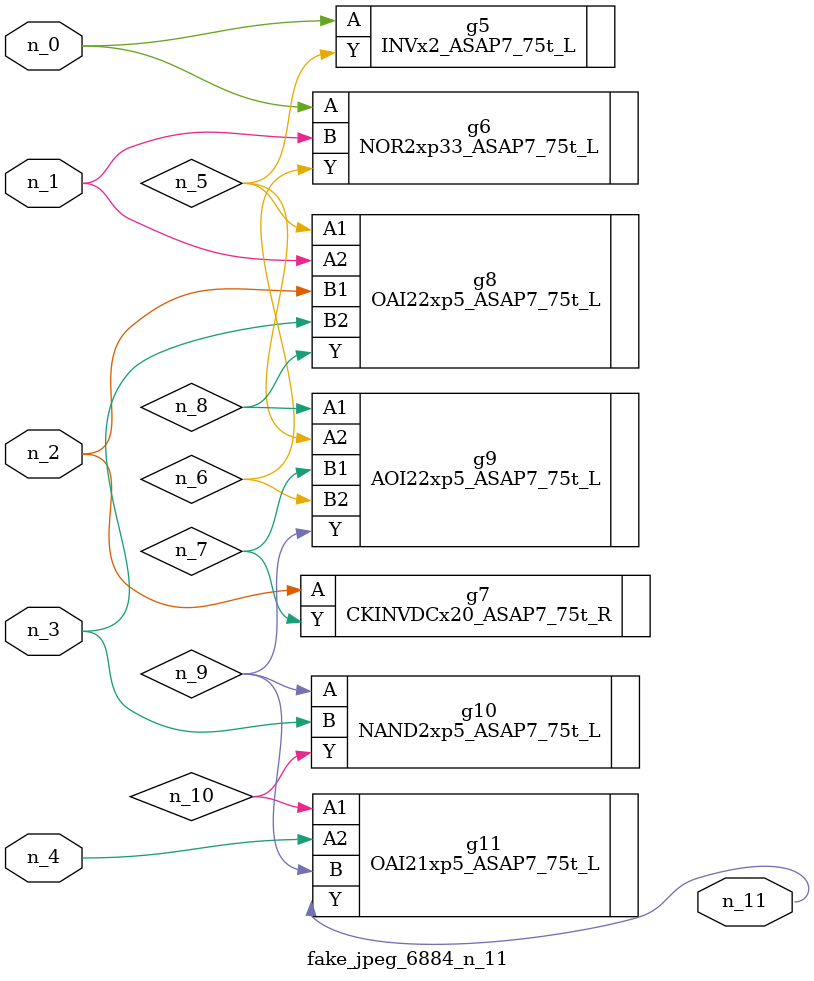
<source format=v>
module fake_jpeg_6884_n_11 (n_3, n_2, n_1, n_0, n_4, n_11);

input n_3;
input n_2;
input n_1;
input n_0;
input n_4;

output n_11;

wire n_10;
wire n_8;
wire n_9;
wire n_6;
wire n_5;
wire n_7;

INVx2_ASAP7_75t_L g5 ( 
.A(n_0),
.Y(n_5)
);

NOR2xp33_ASAP7_75t_L g6 ( 
.A(n_0),
.B(n_1),
.Y(n_6)
);

CKINVDCx20_ASAP7_75t_R g7 ( 
.A(n_2),
.Y(n_7)
);

OAI22xp5_ASAP7_75t_L g8 ( 
.A1(n_5),
.A2(n_1),
.B1(n_2),
.B2(n_3),
.Y(n_8)
);

AOI22xp5_ASAP7_75t_L g9 ( 
.A1(n_8),
.A2(n_5),
.B1(n_7),
.B2(n_6),
.Y(n_9)
);

NAND2xp5_ASAP7_75t_L g10 ( 
.A(n_9),
.B(n_3),
.Y(n_10)
);

OAI21xp5_ASAP7_75t_L g11 ( 
.A1(n_10),
.A2(n_4),
.B(n_9),
.Y(n_11)
);


endmodule
</source>
